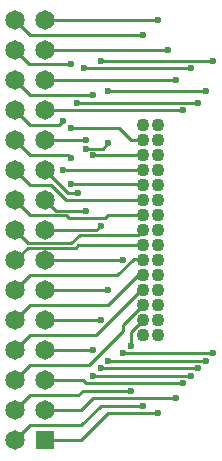
<source format=gtl>
G04 Layer_Physical_Order=1*
G04 Layer_Color=255*
%FSLAX25Y25*%
%MOIN*%
G70*
G01*
G75*
%ADD10C,0.01000*%
%ADD11C,0.04331*%
%ADD12R,0.06496X0.06496*%
%ADD13C,0.06496*%
%ADD14C,0.02362*%
D10*
X35252Y74252D02*
X38000Y77000D01*
X20748Y74252D02*
X35252D01*
X37500Y73500D02*
X59000D01*
X36752Y72752D02*
X37500Y73500D01*
X28264Y72752D02*
X36752D01*
X28260Y72748D02*
X28264Y72752D01*
X38000Y77000D02*
X57500D01*
X59000Y78500D01*
X16500D02*
X20748Y74252D01*
X16500Y68500D02*
X20748Y72748D01*
X28260D01*
X47500Y17500D02*
X64000D01*
X38500Y8500D02*
X47500Y17500D01*
X26500Y8500D02*
X38500D01*
X45000Y20000D02*
X59000D01*
X38500Y13500D02*
X45000Y20000D01*
X21500Y13500D02*
X38500D01*
X16500Y8500D02*
X21500Y13500D01*
X42500Y22500D02*
X70000D01*
X38500Y18500D02*
X42500Y22500D01*
X26500Y18500D02*
X38500D01*
X40000Y27500D02*
X72500D01*
X39000Y28500D02*
X40000Y27500D01*
X26500Y28500D02*
X39000D01*
X16500Y18500D02*
X21500Y23500D01*
X37500D01*
X39000Y25000D01*
X55000D01*
Y40000D02*
Y44500D01*
X59000Y48500D01*
X52500Y47000D02*
X59000Y53500D01*
X52500Y45000D02*
Y47000D01*
X41000Y33500D02*
X52500Y45000D01*
X21500Y33500D02*
X41000D01*
X16500Y28500D02*
X21500Y33500D01*
X42500Y30000D02*
X75000D01*
X26500Y38500D02*
X42500D01*
X43500Y43500D02*
X58500Y58500D01*
X21500Y43500D02*
X43500D01*
X16500Y38500D02*
X21500Y43500D01*
X45000Y32500D02*
X77500D01*
X26500Y48500D02*
X45000D01*
X57500Y63500D02*
X59000D01*
X47500Y53500D02*
X57500Y63500D01*
X21500Y53500D02*
X47500D01*
X16500Y48500D02*
X21500Y53500D01*
X47500Y35000D02*
X80000D01*
X26500Y58500D02*
X47500D01*
X56085Y69000D02*
X58500D01*
X50585Y63500D02*
X56085Y69000D01*
X21500Y63500D02*
X50585D01*
X16500Y58500D02*
X21500Y63500D01*
X52500Y37500D02*
X82500D01*
X26500Y68500D02*
X52500D01*
X45000Y135000D02*
X82500D01*
X43500Y78500D02*
X45000Y80000D01*
X26500Y78500D02*
X43500D01*
X47500Y83500D02*
X59000D01*
X46500Y82500D02*
X47500Y83500D01*
X34500Y82500D02*
X46500D01*
X33500Y83500D02*
X34500Y82500D01*
X21500Y83500D02*
X33500D01*
X16500Y88500D02*
X21500Y83500D01*
X47500Y125000D02*
X80000D01*
X45681Y105681D02*
X47500Y107500D01*
X40181Y105681D02*
X45681D01*
X40000Y105500D02*
X40181Y105681D01*
X30000Y85000D02*
X40000D01*
X26500Y88500D02*
X30000Y85000D01*
X37319Y121000D02*
X77500D01*
X33500Y88500D02*
X59000D01*
X28500Y93500D02*
X33500Y88500D01*
X21500Y93500D02*
X28500D01*
X16500Y98500D02*
X21500Y93500D01*
X34000Y91000D02*
X37500D01*
X26500Y98500D02*
X34000Y91000D01*
X35000Y94000D02*
X58500D01*
X34000Y103500D02*
X35000Y102500D01*
X21500Y103500D02*
X34000D01*
X16500Y108500D02*
X21500Y103500D01*
X32500Y98500D02*
X59000D01*
X31000Y113500D02*
X32500Y115000D01*
X21500Y113500D02*
X31000D01*
X16500Y118500D02*
X21500Y113500D01*
X42500Y103500D02*
X59000D01*
X21500Y123500D02*
X42500D01*
X16500Y128500D02*
X21500Y123500D01*
X55000Y108500D02*
X59000D01*
X51000Y112500D02*
X55000Y108500D01*
X35000Y112500D02*
X51000D01*
X21000Y134000D02*
X35000D01*
X16500Y138500D02*
X21000Y134000D01*
X39500Y132500D02*
X75000D01*
X26500Y108500D02*
X40000D01*
X26500Y118500D02*
X72500D01*
X26500Y128500D02*
X70000D01*
X26500Y138500D02*
X67500D01*
X21500Y143500D02*
X59000D01*
X16500Y148500D02*
X21500Y143500D01*
X26500Y148500D02*
X64000D01*
D11*
X59000Y113500D02*
D03*
X64000D02*
D03*
X59000Y108500D02*
D03*
X64000D02*
D03*
X59000Y103500D02*
D03*
X64000D02*
D03*
X59000Y98500D02*
D03*
X64000D02*
D03*
X59000Y93500D02*
D03*
X64000D02*
D03*
X59000Y88500D02*
D03*
X64000D02*
D03*
X59000Y83500D02*
D03*
X64000D02*
D03*
X59000Y78500D02*
D03*
X64000D02*
D03*
X59000Y73500D02*
D03*
X64000D02*
D03*
X59000Y68500D02*
D03*
X64000D02*
D03*
X59000Y63500D02*
D03*
X64000D02*
D03*
X59000Y58500D02*
D03*
X64000D02*
D03*
X59000Y53500D02*
D03*
X64000D02*
D03*
X59000Y48500D02*
D03*
X64000D02*
D03*
X59000Y43500D02*
D03*
X64000D02*
D03*
D12*
X26500Y8500D02*
D03*
D13*
X16500D02*
D03*
X26500Y18500D02*
D03*
X16500D02*
D03*
X26500Y28500D02*
D03*
X16500D02*
D03*
X26500Y38500D02*
D03*
X16500D02*
D03*
X26500Y48500D02*
D03*
X16500D02*
D03*
X26500Y58500D02*
D03*
X16500D02*
D03*
X26500Y68500D02*
D03*
X16500D02*
D03*
X26500Y78500D02*
D03*
X16500D02*
D03*
X26500Y88500D02*
D03*
X16500D02*
D03*
X26500Y98500D02*
D03*
X16500D02*
D03*
X26500Y108500D02*
D03*
X16500D02*
D03*
X26500Y118500D02*
D03*
X16500D02*
D03*
X26500Y128500D02*
D03*
X16500D02*
D03*
X26500Y138500D02*
D03*
X16500D02*
D03*
X26500Y148500D02*
D03*
X16500D02*
D03*
D14*
X64000Y17500D02*
D03*
X59000Y20000D02*
D03*
X70000Y22500D02*
D03*
X72500Y27500D02*
D03*
X55000Y25000D02*
D03*
Y40000D02*
D03*
X75000Y30000D02*
D03*
X42500D02*
D03*
Y38500D02*
D03*
X77500Y32500D02*
D03*
X45000D02*
D03*
Y48500D02*
D03*
X80000Y35000D02*
D03*
X47500D02*
D03*
Y58500D02*
D03*
X82500Y37500D02*
D03*
X52500D02*
D03*
Y68500D02*
D03*
X82500Y135000D02*
D03*
X45000D02*
D03*
Y80000D02*
D03*
X80000Y125000D02*
D03*
X47500D02*
D03*
Y107500D02*
D03*
X40000Y105500D02*
D03*
Y85000D02*
D03*
X77500Y121000D02*
D03*
X37319D02*
D03*
X37500Y91000D02*
D03*
X35000Y94000D02*
D03*
Y102500D02*
D03*
X32500Y98500D02*
D03*
Y115000D02*
D03*
X42500Y103500D02*
D03*
Y123500D02*
D03*
X35000Y112500D02*
D03*
Y134000D02*
D03*
X75000Y132500D02*
D03*
X39500D02*
D03*
X40000Y108500D02*
D03*
X72500Y118500D02*
D03*
X70000Y128500D02*
D03*
X67500Y138500D02*
D03*
X59000Y143500D02*
D03*
X64000Y148500D02*
D03*
M02*

</source>
